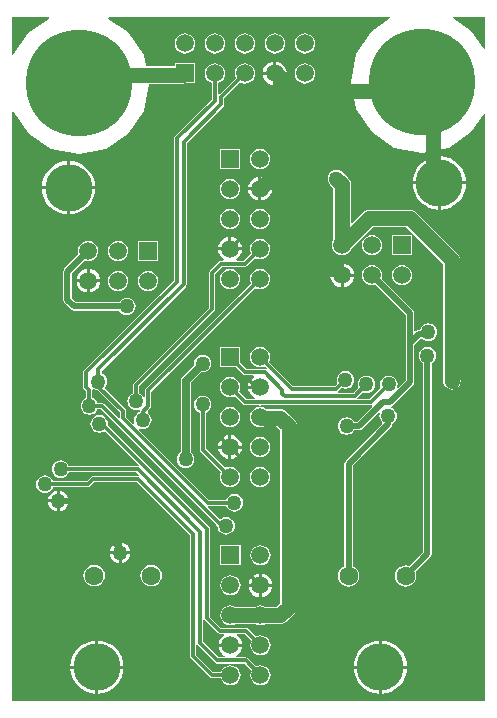
<source format=gbl>
G04*
G04 #@! TF.GenerationSoftware,Altium Limited,Altium Designer,19.1.5 (86)*
G04*
G04 Layer_Physical_Order=2*
G04 Layer_Color=16711680*
%FSLAX25Y25*%
%MOIN*%
G70*
G01*
G75*
%ADD36C,0.02000*%
%ADD37C,0.05000*%
%ADD38C,0.01200*%
%ADD39C,0.02500*%
%ADD40C,0.15748*%
%ADD41C,0.35433*%
%ADD42C,0.06300*%
%ADD43R,0.05906X0.05906*%
%ADD44C,0.05906*%
%ADD45R,0.05906X0.05906*%
%ADD46C,0.05000*%
G36*
X168110Y578313D02*
X167633Y578163D01*
X163350Y584350D01*
X157211Y588498D01*
X157357Y588976D01*
X168110D01*
Y578313D01*
D02*
G37*
G36*
X22616Y588476D02*
X15541Y583760D01*
X10736Y576456D01*
X10236Y576606D01*
Y588976D01*
X22465D01*
X22616Y588476D01*
D02*
G37*
G36*
X136402Y588498D02*
X129885Y584154D01*
X124964Y576673D01*
X123192Y567421D01*
X124964Y558169D01*
X130279Y550492D01*
X137759Y545374D01*
X146814Y543799D01*
X155869Y545374D01*
X163350Y550492D01*
X167633Y556679D01*
X168110Y556530D01*
Y361024D01*
X10236D01*
Y557452D01*
X10736Y557608D01*
X15935Y550098D01*
X23415Y544980D01*
X32471Y543405D01*
X41526Y544980D01*
X49006Y550098D01*
X54321Y557776D01*
X56049Y566799D01*
X67441D01*
X67631Y566824D01*
X71246D01*
Y573530D01*
X64541D01*
Y572649D01*
X55016D01*
X54321Y576279D01*
X49006Y583957D01*
X42317Y588476D01*
X42470Y588976D01*
X136257D01*
X136402Y588498D01*
D02*
G37*
%LPC*%
G36*
X107894Y583559D02*
X107018Y583444D01*
X106203Y583106D01*
X105502Y582568D01*
X104965Y581868D01*
X104627Y581052D01*
X104512Y580177D01*
X104627Y579302D01*
X104965Y578486D01*
X105502Y577786D01*
X106203Y577248D01*
X107018Y576911D01*
X107894Y576795D01*
X108769Y576911D01*
X109584Y577248D01*
X110285Y577786D01*
X110822Y578486D01*
X111160Y579302D01*
X111275Y580177D01*
X111160Y581052D01*
X110822Y581868D01*
X110285Y582568D01*
X109584Y583106D01*
X108769Y583444D01*
X107894Y583559D01*
D02*
G37*
G36*
X97894D02*
X97018Y583444D01*
X96203Y583106D01*
X95503Y582568D01*
X94965Y581868D01*
X94627Y581052D01*
X94512Y580177D01*
X94627Y579302D01*
X94965Y578486D01*
X95503Y577786D01*
X96203Y577248D01*
X97018Y576911D01*
X97894Y576795D01*
X98769Y576911D01*
X99585Y577248D01*
X100285Y577786D01*
X100822Y578486D01*
X101160Y579302D01*
X101275Y580177D01*
X101160Y581052D01*
X100822Y581868D01*
X100285Y582568D01*
X99585Y583106D01*
X98769Y583444D01*
X97894Y583559D01*
D02*
G37*
G36*
X87894D02*
X87019Y583444D01*
X86203Y583106D01*
X85502Y582568D01*
X84965Y581868D01*
X84627Y581052D01*
X84512Y580177D01*
X84627Y579302D01*
X84965Y578486D01*
X85502Y577786D01*
X86203Y577248D01*
X87019Y576911D01*
X87894Y576795D01*
X88769Y576911D01*
X89584Y577248D01*
X90285Y577786D01*
X90822Y578486D01*
X91160Y579302D01*
X91275Y580177D01*
X91160Y581052D01*
X90822Y581868D01*
X90285Y582568D01*
X89584Y583106D01*
X88769Y583444D01*
X87894Y583559D01*
D02*
G37*
G36*
X77894D02*
X77018Y583444D01*
X76203Y583106D01*
X75503Y582568D01*
X74965Y581868D01*
X74627Y581052D01*
X74512Y580177D01*
X74627Y579302D01*
X74965Y578486D01*
X75503Y577786D01*
X76203Y577248D01*
X77018Y576911D01*
X77894Y576795D01*
X78769Y576911D01*
X79584Y577248D01*
X80285Y577786D01*
X80822Y578486D01*
X81160Y579302D01*
X81275Y580177D01*
X81160Y581052D01*
X80822Y581868D01*
X80285Y582568D01*
X79584Y583106D01*
X78769Y583444D01*
X77894Y583559D01*
D02*
G37*
G36*
X67894D02*
X67019Y583444D01*
X66203Y583106D01*
X65503Y582568D01*
X64965Y581868D01*
X64627Y581052D01*
X64512Y580177D01*
X64627Y579302D01*
X64965Y578486D01*
X65503Y577786D01*
X66203Y577248D01*
X67019Y576911D01*
X67894Y576795D01*
X68769Y576911D01*
X69585Y577248D01*
X70285Y577786D01*
X70822Y578486D01*
X71160Y579302D01*
X71275Y580177D01*
X71160Y581052D01*
X70822Y581868D01*
X70285Y582568D01*
X69585Y583106D01*
X68769Y583444D01*
X67894Y583559D01*
D02*
G37*
G36*
X98394Y574098D02*
Y570677D01*
X101815D01*
X101745Y571209D01*
X101346Y572171D01*
X100713Y572996D01*
X99887Y573630D01*
X98926Y574028D01*
X98394Y574098D01*
D02*
G37*
G36*
X97394D02*
X96862Y574028D01*
X95900Y573630D01*
X95075Y572996D01*
X94441Y572171D01*
X94043Y571209D01*
X93973Y570677D01*
X97394D01*
Y574098D01*
D02*
G37*
G36*
X107894Y573559D02*
X107018Y573444D01*
X106203Y573106D01*
X105502Y572568D01*
X104965Y571868D01*
X104627Y571052D01*
X104512Y570177D01*
X104627Y569302D01*
X104965Y568486D01*
X105502Y567786D01*
X106203Y567248D01*
X107018Y566911D01*
X107894Y566795D01*
X108769Y566911D01*
X109584Y567248D01*
X110285Y567786D01*
X110822Y568486D01*
X111160Y569302D01*
X111275Y570177D01*
X111160Y571052D01*
X110822Y571868D01*
X110285Y572568D01*
X109584Y573106D01*
X108769Y573444D01*
X107894Y573559D01*
D02*
G37*
G36*
X101815Y569677D02*
X98394D01*
Y566256D01*
X98926Y566326D01*
X99887Y566724D01*
X100713Y567358D01*
X101346Y568184D01*
X101745Y569145D01*
X101815Y569677D01*
D02*
G37*
G36*
X97394D02*
X93973D01*
X94043Y569145D01*
X94441Y568184D01*
X95075Y567358D01*
X95900Y566724D01*
X96862Y566326D01*
X97394Y566256D01*
Y569677D01*
D02*
G37*
G36*
X87894Y573559D02*
X87019Y573444D01*
X86203Y573106D01*
X85502Y572568D01*
X84965Y571868D01*
X84627Y571052D01*
X84512Y570177D01*
X84627Y569302D01*
X84905Y568631D01*
X79413Y563139D01*
X79243Y563158D01*
X78913Y563310D01*
Y566970D01*
X79584Y567248D01*
X80285Y567786D01*
X80822Y568486D01*
X81160Y569302D01*
X81275Y570177D01*
X81160Y571052D01*
X80822Y571868D01*
X80285Y572568D01*
X79584Y573106D01*
X78769Y573444D01*
X77894Y573559D01*
X77018Y573444D01*
X76203Y573106D01*
X75503Y572568D01*
X74965Y571868D01*
X74627Y571052D01*
X74512Y570177D01*
X74627Y569302D01*
X74965Y568486D01*
X75503Y567786D01*
X76203Y567248D01*
X76874Y566970D01*
Y561544D01*
X64574Y549245D01*
X64353Y548914D01*
X64276Y548524D01*
Y501210D01*
X34293Y471227D01*
X34072Y470896D01*
X33995Y470506D01*
Y465723D01*
X34072Y465333D01*
X34293Y465002D01*
X35043Y464252D01*
Y462067D01*
X34600Y461883D01*
X33995Y461419D01*
X33530Y460813D01*
X33238Y460107D01*
X33138Y459350D01*
X33238Y458593D01*
X33530Y457888D01*
X33995Y457282D01*
X34600Y456817D01*
X35306Y456525D01*
X36063Y456425D01*
X36820Y456525D01*
X37525Y456817D01*
X38131Y457282D01*
X38596Y457888D01*
X38780Y458331D01*
X39862D01*
X78720Y419473D01*
X78709Y419390D01*
X78808Y418633D01*
X79101Y417927D01*
X79566Y417321D01*
X80171Y416857D01*
X80877Y416564D01*
X81634Y416465D01*
X82391Y416564D01*
X83096Y416857D01*
X83702Y417321D01*
X84167Y417927D01*
X84459Y418633D01*
X84559Y419390D01*
X84459Y420147D01*
X84167Y420852D01*
X83702Y421458D01*
X83096Y421923D01*
X82391Y422215D01*
X81634Y422315D01*
X80877Y422215D01*
X80171Y421923D01*
X79596Y421481D01*
X75514Y425562D01*
X75579Y425813D01*
X75736Y426047D01*
X81673D01*
X81857Y425604D01*
X82322Y424999D01*
X82927Y424534D01*
X83633Y424242D01*
X84390Y424142D01*
X85147Y424242D01*
X85852Y424534D01*
X86458Y424999D01*
X86923Y425604D01*
X87215Y426310D01*
X87315Y427067D01*
X87215Y427824D01*
X86923Y428529D01*
X86458Y429135D01*
X85852Y429600D01*
X85147Y429892D01*
X84390Y429992D01*
X83633Y429892D01*
X82927Y429600D01*
X82322Y429135D01*
X81857Y428529D01*
X81673Y428087D01*
X76061D01*
X52724Y451424D01*
X53007Y451848D01*
X53121Y451801D01*
X53878Y451701D01*
X54635Y451801D01*
X55340Y452093D01*
X55946Y452558D01*
X56411Y453163D01*
X56703Y453869D01*
X56803Y454626D01*
X56703Y455383D01*
X56411Y456088D01*
X55946Y456694D01*
X55598Y456962D01*
X55519Y457590D01*
X56435Y458506D01*
X56656Y458837D01*
X56734Y459227D01*
Y464087D01*
X91406Y498760D01*
X92077Y498482D01*
X92953Y498366D01*
X93828Y498482D01*
X94644Y498820D01*
X95344Y499357D01*
X95881Y500057D01*
X96219Y500873D01*
X96334Y501748D01*
X96219Y502623D01*
X95881Y503439D01*
X95344Y504139D01*
X94644Y504677D01*
X93828Y505015D01*
X92953Y505130D01*
X92077Y505015D01*
X91262Y504677D01*
X90561Y504139D01*
X90024Y503439D01*
X89686Y502623D01*
X89571Y501748D01*
X89686Y500873D01*
X89964Y500202D01*
X54993Y465231D01*
X54772Y464900D01*
X54695Y464510D01*
Y462373D01*
X54195Y462274D01*
X54147Y462388D01*
X53683Y462993D01*
X53077Y463458D01*
X52634Y463642D01*
Y465916D01*
X77630Y490913D01*
X77851Y491244D01*
X77929Y491634D01*
Y503318D01*
X80383Y505772D01*
X87996D01*
X88386Y505849D01*
X88717Y506070D01*
X91406Y508760D01*
X92077Y508482D01*
X92953Y508366D01*
X93828Y508482D01*
X94644Y508820D01*
X95344Y509357D01*
X95881Y510057D01*
X96219Y510873D01*
X96334Y511748D01*
X96219Y512623D01*
X95881Y513439D01*
X95344Y514139D01*
X94644Y514677D01*
X93828Y515015D01*
X92953Y515130D01*
X92077Y515015D01*
X91262Y514677D01*
X90561Y514139D01*
X90024Y513439D01*
X89686Y512623D01*
X89571Y511748D01*
X89686Y510873D01*
X89964Y510202D01*
X87574Y507811D01*
X85121D01*
X84962Y508261D01*
X84966Y508311D01*
X85772Y508929D01*
X86405Y509755D01*
X86804Y510716D01*
X86874Y511248D01*
X82953D01*
X79032D01*
X79102Y510716D01*
X79500Y509755D01*
X80134Y508929D01*
X80939Y508311D01*
X80944Y508261D01*
X80784Y507811D01*
X79961D01*
X79571Y507733D01*
X79240Y507512D01*
X76188Y504461D01*
X75968Y504130D01*
X75890Y503740D01*
Y492056D01*
X50893Y467060D01*
X50672Y466729D01*
X50595Y466339D01*
Y463642D01*
X50152Y463458D01*
X49546Y462993D01*
X49081Y462388D01*
X48789Y461682D01*
X48689Y460925D01*
X48789Y460168D01*
X49081Y459463D01*
X49546Y458857D01*
X50152Y458392D01*
X50857Y458100D01*
X51614Y458000D01*
X52371Y458100D01*
X52615Y458201D01*
X52941Y457804D01*
X52835Y457333D01*
X52415Y457159D01*
X51810Y456694D01*
X51345Y456088D01*
X51053Y455383D01*
X50953Y454626D01*
X51053Y453869D01*
X51100Y453755D01*
X50676Y453472D01*
X48432Y455716D01*
Y457508D01*
X48354Y457898D01*
X48133Y458228D01*
X41172Y465190D01*
X41183Y465353D01*
X41647Y465959D01*
X41939Y466664D01*
X42039Y467421D01*
X41939Y468178D01*
X41647Y468884D01*
X41183Y469490D01*
X40577Y469954D01*
X40134Y470138D01*
Y471073D01*
X68216Y499155D01*
X68437Y499486D01*
X68515Y499876D01*
Y546920D01*
X80815Y559220D01*
X81036Y559551D01*
X81113Y559941D01*
Y561955D01*
X86347Y567189D01*
X87019Y566911D01*
X87894Y566795D01*
X88769Y566911D01*
X89584Y567248D01*
X90285Y567786D01*
X90822Y568486D01*
X91160Y569302D01*
X91275Y570177D01*
X91160Y571052D01*
X90822Y571868D01*
X90285Y572568D01*
X89584Y573106D01*
X88769Y573444D01*
X87894Y573559D01*
D02*
G37*
G36*
X86305Y545101D02*
X79600D01*
Y538395D01*
X86305D01*
Y545101D01*
D02*
G37*
G36*
X92953Y545130D02*
X92077Y545015D01*
X91262Y544677D01*
X90561Y544139D01*
X90024Y543439D01*
X89686Y542623D01*
X89571Y541748D01*
X89686Y540873D01*
X90024Y540057D01*
X90561Y539357D01*
X91262Y538820D01*
X92077Y538482D01*
X92953Y538367D01*
X93828Y538482D01*
X94644Y538820D01*
X95344Y539357D01*
X95881Y540057D01*
X96219Y540873D01*
X96334Y541748D01*
X96219Y542623D01*
X95881Y543439D01*
X95344Y544139D01*
X94644Y544677D01*
X93828Y545015D01*
X92953Y545130D01*
D02*
G37*
G36*
X153256Y542529D02*
Y534161D01*
X161624D01*
X161502Y535401D01*
X160994Y537074D01*
X160170Y538615D01*
X159061Y539967D01*
X157710Y541076D01*
X156168Y541900D01*
X154496Y542407D01*
X153256Y542529D01*
D02*
G37*
G36*
X152256Y542529D02*
X151016Y542407D01*
X149344Y541900D01*
X147802Y541076D01*
X146451Y539967D01*
X145342Y538615D01*
X144518Y537074D01*
X144010Y535401D01*
X143888Y534161D01*
X152256D01*
Y542529D01*
D02*
G37*
G36*
X29634Y540954D02*
Y532587D01*
X38001D01*
X37879Y533826D01*
X37372Y535499D01*
X36548Y537041D01*
X35439Y538392D01*
X34088Y539501D01*
X32546Y540325D01*
X30874Y540832D01*
X29634Y540954D01*
D02*
G37*
G36*
X28634D02*
X27394Y540832D01*
X25721Y540325D01*
X24180Y539501D01*
X22829Y538392D01*
X21720Y537041D01*
X20896Y535499D01*
X20388Y533826D01*
X20266Y532587D01*
X28634D01*
Y540954D01*
D02*
G37*
G36*
X93453Y535669D02*
Y532248D01*
X96874D01*
X96804Y532780D01*
X96406Y533742D01*
X95772Y534567D01*
X94946Y535201D01*
X93985Y535599D01*
X93453Y535669D01*
D02*
G37*
G36*
X92453Y535669D02*
X91921Y535599D01*
X90959Y535201D01*
X90134Y534567D01*
X89500Y533742D01*
X89102Y532780D01*
X89032Y532248D01*
X92453D01*
Y535669D01*
D02*
G37*
G36*
X82953Y535130D02*
X82077Y535015D01*
X81262Y534677D01*
X80562Y534139D01*
X80024Y533439D01*
X79686Y532623D01*
X79571Y531748D01*
X79686Y530873D01*
X80024Y530057D01*
X80562Y529357D01*
X81262Y528820D01*
X82077Y528482D01*
X82953Y528367D01*
X83828Y528482D01*
X84644Y528820D01*
X85344Y529357D01*
X85881Y530057D01*
X86219Y530873D01*
X86334Y531748D01*
X86219Y532623D01*
X85881Y533439D01*
X85344Y534139D01*
X84644Y534677D01*
X83828Y535015D01*
X82953Y535130D01*
D02*
G37*
G36*
X96874Y531248D02*
X93453D01*
Y527827D01*
X93985Y527897D01*
X94946Y528296D01*
X95772Y528929D01*
X96406Y529755D01*
X96804Y530716D01*
X96874Y531248D01*
D02*
G37*
G36*
X92453D02*
X89032D01*
X89102Y530716D01*
X89500Y529755D01*
X90134Y528929D01*
X90959Y528296D01*
X91921Y527897D01*
X92453Y527827D01*
Y531248D01*
D02*
G37*
G36*
X161624Y533161D02*
X153256D01*
Y524794D01*
X154496Y524916D01*
X156168Y525423D01*
X157710Y526247D01*
X159061Y527356D01*
X160170Y528707D01*
X160994Y530249D01*
X161502Y531922D01*
X161624Y533161D01*
D02*
G37*
G36*
X152256D02*
X143888D01*
X144010Y531922D01*
X144518Y530249D01*
X145342Y528707D01*
X146451Y527356D01*
X147802Y526247D01*
X149344Y525423D01*
X151016Y524916D01*
X152256Y524794D01*
Y533161D01*
D02*
G37*
G36*
X28634Y531587D02*
X20266D01*
X20388Y530347D01*
X20896Y528674D01*
X21720Y527133D01*
X22829Y525781D01*
X24180Y524672D01*
X25721Y523848D01*
X27394Y523341D01*
X28634Y523219D01*
Y531587D01*
D02*
G37*
G36*
X38001D02*
X29634D01*
Y523219D01*
X30874Y523341D01*
X32546Y523848D01*
X34088Y524672D01*
X35439Y525781D01*
X36548Y527133D01*
X37372Y528674D01*
X37879Y530347D01*
X38001Y531587D01*
D02*
G37*
G36*
X92953Y525130D02*
X92077Y525015D01*
X91262Y524677D01*
X90561Y524139D01*
X90024Y523439D01*
X89686Y522623D01*
X89571Y521748D01*
X89686Y520873D01*
X90024Y520057D01*
X90561Y519357D01*
X91262Y518820D01*
X92077Y518482D01*
X92953Y518366D01*
X93828Y518482D01*
X94644Y518820D01*
X95344Y519357D01*
X95881Y520057D01*
X96219Y520873D01*
X96334Y521748D01*
X96219Y522623D01*
X95881Y523439D01*
X95344Y524139D01*
X94644Y524677D01*
X93828Y525015D01*
X92953Y525130D01*
D02*
G37*
G36*
X82953D02*
X82077Y525015D01*
X81262Y524677D01*
X80562Y524139D01*
X80024Y523439D01*
X79686Y522623D01*
X79571Y521748D01*
X79686Y520873D01*
X80024Y520057D01*
X80562Y519357D01*
X81262Y518820D01*
X82077Y518482D01*
X82953Y518366D01*
X83828Y518482D01*
X84644Y518820D01*
X85344Y519357D01*
X85881Y520057D01*
X86219Y520873D01*
X86334Y521748D01*
X86219Y522623D01*
X85881Y523439D01*
X85344Y524139D01*
X84644Y524677D01*
X83828Y525015D01*
X82953Y525130D01*
D02*
G37*
G36*
X83453Y515669D02*
Y512248D01*
X86874D01*
X86804Y512780D01*
X86405Y513742D01*
X85772Y514567D01*
X84946Y515201D01*
X83985Y515599D01*
X83453Y515669D01*
D02*
G37*
G36*
X82453Y515669D02*
X81921Y515599D01*
X80959Y515201D01*
X80134Y514567D01*
X79500Y513742D01*
X79102Y512780D01*
X79032Y512248D01*
X82453D01*
Y515669D01*
D02*
G37*
G36*
X130354Y516275D02*
X129479Y516160D01*
X128664Y515822D01*
X127963Y515285D01*
X127426Y514584D01*
X127088Y513769D01*
X126973Y512894D01*
X127088Y512018D01*
X127426Y511203D01*
X127963Y510502D01*
X128664Y509965D01*
X129479Y509627D01*
X130354Y509512D01*
X131230Y509627D01*
X132045Y509965D01*
X132746Y510502D01*
X133283Y511203D01*
X133621Y512018D01*
X133736Y512894D01*
X133621Y513769D01*
X133283Y514584D01*
X132746Y515285D01*
X132045Y515822D01*
X131230Y516160D01*
X130354Y516275D01*
D02*
G37*
G36*
X59061Y514435D02*
X52356D01*
Y507730D01*
X59061D01*
Y514435D01*
D02*
G37*
G36*
X45709Y514464D02*
X44833Y514349D01*
X44018Y514011D01*
X43317Y513474D01*
X42780Y512774D01*
X42442Y511958D01*
X42327Y511083D01*
X42442Y510207D01*
X42780Y509392D01*
X43317Y508692D01*
X44018Y508154D01*
X44833Y507816D01*
X45709Y507701D01*
X46584Y507816D01*
X47400Y508154D01*
X48100Y508692D01*
X48637Y509392D01*
X48975Y510207D01*
X49090Y511083D01*
X48975Y511958D01*
X48637Y512774D01*
X48100Y513474D01*
X47400Y514011D01*
X46584Y514349D01*
X45709Y514464D01*
D02*
G37*
G36*
X35709D02*
X34833Y514349D01*
X34018Y514011D01*
X33318Y513474D01*
X32780Y512774D01*
X32442Y511958D01*
X32327Y511083D01*
X32442Y510207D01*
X32551Y509944D01*
X27770Y505163D01*
X27461Y504700D01*
X27352Y504153D01*
X27352Y504153D01*
Y494587D01*
X27352Y494587D01*
X27461Y494040D01*
X27770Y493577D01*
X29837Y491510D01*
X30300Y491201D01*
X30847Y491092D01*
X30847Y491092D01*
X46015D01*
X46030Y491057D01*
X46495Y490451D01*
X47100Y489987D01*
X47806Y489694D01*
X48563Y489595D01*
X49320Y489694D01*
X50025Y489987D01*
X50631Y490451D01*
X51096Y491057D01*
X51388Y491763D01*
X51488Y492520D01*
X51388Y493277D01*
X51096Y493982D01*
X50631Y494588D01*
X50025Y495053D01*
X49320Y495345D01*
X48563Y495445D01*
X47806Y495345D01*
X47100Y495053D01*
X46495Y494588D01*
X46030Y493982D01*
X46015Y493947D01*
X31438D01*
X30207Y495178D01*
Y503562D01*
X34570Y507925D01*
X34833Y507816D01*
X35709Y507701D01*
X36584Y507816D01*
X37400Y508154D01*
X38100Y508692D01*
X38637Y509392D01*
X38975Y510207D01*
X39090Y511083D01*
X38975Y511958D01*
X38637Y512774D01*
X38100Y513474D01*
X37400Y514011D01*
X36584Y514349D01*
X35709Y514464D01*
D02*
G37*
G36*
X120854Y506815D02*
Y503394D01*
X124275D01*
X124205Y503926D01*
X123807Y504887D01*
X123173Y505713D01*
X122348Y506346D01*
X121386Y506745D01*
X120854Y506815D01*
D02*
G37*
G36*
X119854D02*
X119323Y506745D01*
X118361Y506346D01*
X117535Y505713D01*
X116902Y504887D01*
X116503Y503926D01*
X116433Y503394D01*
X119854D01*
Y506815D01*
D02*
G37*
G36*
X36209Y505004D02*
Y501583D01*
X39630D01*
X39560Y502115D01*
X39161Y503076D01*
X38528Y503902D01*
X37702Y504535D01*
X36740Y504934D01*
X36209Y505004D01*
D02*
G37*
G36*
X35209D02*
X34677Y504934D01*
X33715Y504535D01*
X32890Y503902D01*
X32256Y503076D01*
X31858Y502115D01*
X31788Y501583D01*
X35209D01*
Y505004D01*
D02*
G37*
G36*
X140354Y506275D02*
X139479Y506160D01*
X138663Y505822D01*
X137963Y505285D01*
X137426Y504585D01*
X137088Y503769D01*
X136973Y502894D01*
X137088Y502018D01*
X137426Y501203D01*
X137963Y500502D01*
X138663Y499965D01*
X139479Y499627D01*
X140354Y499512D01*
X141230Y499627D01*
X142045Y499965D01*
X142745Y500502D01*
X143283Y501203D01*
X143621Y502018D01*
X143736Y502894D01*
X143621Y503769D01*
X143283Y504585D01*
X142745Y505285D01*
X142045Y505822D01*
X141230Y506160D01*
X140354Y506275D01*
D02*
G37*
G36*
X124275Y502394D02*
X120854D01*
Y498973D01*
X121386Y499043D01*
X122348Y499441D01*
X123173Y500075D01*
X123807Y500900D01*
X124205Y501862D01*
X124275Y502394D01*
D02*
G37*
G36*
X119854D02*
X116433D01*
X116503Y501862D01*
X116902Y500900D01*
X117535Y500075D01*
X118361Y499441D01*
X119323Y499043D01*
X119854Y498973D01*
Y502394D01*
D02*
G37*
G36*
X82953Y505130D02*
X82077Y505015D01*
X81262Y504677D01*
X80562Y504139D01*
X80024Y503439D01*
X79686Y502623D01*
X79571Y501748D01*
X79686Y500873D01*
X80024Y500057D01*
X80562Y499357D01*
X81262Y498820D01*
X82077Y498482D01*
X82953Y498366D01*
X83828Y498482D01*
X84644Y498820D01*
X85344Y499357D01*
X85881Y500057D01*
X86219Y500873D01*
X86334Y501748D01*
X86219Y502623D01*
X85881Y503439D01*
X85344Y504139D01*
X84644Y504677D01*
X83828Y505015D01*
X82953Y505130D01*
D02*
G37*
G36*
X55709Y504464D02*
X54833Y504349D01*
X54018Y504011D01*
X53317Y503474D01*
X52780Y502774D01*
X52442Y501958D01*
X52327Y501083D01*
X52442Y500207D01*
X52780Y499392D01*
X53317Y498692D01*
X54018Y498154D01*
X54833Y497816D01*
X55709Y497701D01*
X56584Y497816D01*
X57399Y498154D01*
X58100Y498692D01*
X58637Y499392D01*
X58975Y500207D01*
X59090Y501083D01*
X58975Y501958D01*
X58637Y502774D01*
X58100Y503474D01*
X57399Y504011D01*
X56584Y504349D01*
X55709Y504464D01*
D02*
G37*
G36*
X45709D02*
X44833Y504349D01*
X44018Y504011D01*
X43317Y503474D01*
X42780Y502774D01*
X42442Y501958D01*
X42327Y501083D01*
X42442Y500207D01*
X42780Y499392D01*
X43317Y498692D01*
X44018Y498154D01*
X44833Y497816D01*
X45709Y497701D01*
X46584Y497816D01*
X47400Y498154D01*
X48100Y498692D01*
X48637Y499392D01*
X48975Y500207D01*
X49090Y501083D01*
X48975Y501958D01*
X48637Y502774D01*
X48100Y503474D01*
X47400Y504011D01*
X46584Y504349D01*
X45709Y504464D01*
D02*
G37*
G36*
X39630Y500583D02*
X36209D01*
Y497162D01*
X36740Y497232D01*
X37702Y497630D01*
X38528Y498264D01*
X39161Y499089D01*
X39560Y500051D01*
X39630Y500583D01*
D02*
G37*
G36*
X35209D02*
X31788D01*
X31858Y500051D01*
X32256Y499089D01*
X32890Y498264D01*
X33715Y497630D01*
X34677Y497232D01*
X35209Y497162D01*
Y500583D01*
D02*
G37*
G36*
X130354Y506275D02*
X129479Y506160D01*
X128664Y505822D01*
X127963Y505285D01*
X127426Y504585D01*
X127088Y503769D01*
X126973Y502894D01*
X127088Y502018D01*
X127426Y501203D01*
X127963Y500502D01*
X128664Y499965D01*
X129479Y499627D01*
X130354Y499512D01*
X131230Y499627D01*
X131493Y499736D01*
X141525Y489704D01*
Y480217D01*
X141525Y480217D01*
X141525Y480217D01*
Y467849D01*
X139076Y465400D01*
X138652Y465683D01*
X138691Y465778D01*
X138791Y466535D01*
X138691Y467292D01*
X138399Y467998D01*
X137934Y468604D01*
X137329Y469069D01*
X136623Y469361D01*
X135866Y469460D01*
X135109Y469361D01*
X134404Y469069D01*
X133798Y468604D01*
X133333Y467998D01*
X133041Y467292D01*
X132941Y466535D01*
X133041Y465778D01*
X133224Y465336D01*
X129440Y461551D01*
X125515D01*
X125363Y461880D01*
X125343Y462051D01*
X127186Y463894D01*
X127629Y463710D01*
X128386Y463610D01*
X129143Y463710D01*
X129848Y464002D01*
X130454Y464467D01*
X130919Y465073D01*
X131211Y465778D01*
X131311Y466535D01*
X131211Y467292D01*
X130919Y467998D01*
X130454Y468604D01*
X129848Y469069D01*
X129143Y469361D01*
X128386Y469460D01*
X127629Y469361D01*
X126923Y469069D01*
X126318Y468604D01*
X125853Y467998D01*
X125560Y467292D01*
X125461Y466535D01*
X125560Y465778D01*
X125744Y465336D01*
X124160Y463751D01*
X119251D01*
X119098Y464080D01*
X119079Y464251D01*
X120198Y465370D01*
X120641Y465187D01*
X121398Y465087D01*
X122155Y465187D01*
X122860Y465479D01*
X123466Y465943D01*
X123931Y466549D01*
X124223Y467255D01*
X124323Y468012D01*
X124223Y468769D01*
X123931Y469474D01*
X123466Y470080D01*
X122860Y470545D01*
X122155Y470837D01*
X121398Y470937D01*
X120641Y470837D01*
X119935Y470545D01*
X119329Y470080D01*
X118865Y469474D01*
X118572Y468769D01*
X118473Y468012D01*
X118572Y467255D01*
X118756Y466812D01*
X117895Y465951D01*
X104093D01*
X95941Y474103D01*
X96219Y474774D01*
X96334Y475650D01*
X96219Y476525D01*
X95881Y477340D01*
X95344Y478041D01*
X94644Y478578D01*
X93828Y478916D01*
X92953Y479031D01*
X92077Y478916D01*
X91262Y478578D01*
X90561Y478041D01*
X90024Y477340D01*
X89686Y476525D01*
X89571Y475650D01*
X89686Y474774D01*
X90024Y473959D01*
X90561Y473258D01*
X91262Y472721D01*
X92077Y472383D01*
X92953Y472268D01*
X93828Y472383D01*
X94499Y472661D01*
X95421Y471740D01*
X95102Y471351D01*
X94860Y471513D01*
X94470Y471591D01*
X88454D01*
X86305Y473739D01*
Y479002D01*
X79600D01*
Y472297D01*
X84864D01*
X87310Y469850D01*
X87641Y469629D01*
X88032Y469551D01*
X90755D01*
X90872Y469294D01*
X90893Y469051D01*
X90134Y468469D01*
X89500Y467643D01*
X89102Y466681D01*
X89032Y466150D01*
X92953D01*
Y465150D01*
X89032D01*
X89102Y464618D01*
X89500Y463656D01*
X90134Y462830D01*
X90959Y462197D01*
X91311Y462051D01*
X91212Y461551D01*
X88493D01*
X85941Y464103D01*
X86219Y464774D01*
X86334Y465650D01*
X86219Y466525D01*
X85881Y467340D01*
X85344Y468041D01*
X84644Y468578D01*
X83828Y468916D01*
X82953Y469031D01*
X82077Y468916D01*
X81262Y468578D01*
X80562Y468041D01*
X80024Y467340D01*
X79686Y466525D01*
X79571Y465650D01*
X79686Y464774D01*
X80024Y463959D01*
X80562Y463258D01*
X81262Y462721D01*
X82077Y462383D01*
X82953Y462268D01*
X83828Y462383D01*
X84499Y462661D01*
X87350Y459810D01*
X87681Y459589D01*
X88071Y459512D01*
X92773D01*
X92805Y459012D01*
X92620Y458988D01*
X92077Y458916D01*
X91262Y458578D01*
X90561Y458041D01*
X90024Y457340D01*
X89686Y456525D01*
X89571Y455650D01*
X89686Y454774D01*
X90024Y453959D01*
X90561Y453258D01*
X91262Y452721D01*
X92077Y452383D01*
X92953Y452268D01*
X93828Y452383D01*
X94234Y452551D01*
X98360D01*
X99575Y451336D01*
Y393692D01*
X98360Y392476D01*
X94806D01*
X94801Y392480D01*
X93985Y392817D01*
X93110Y392933D01*
X92235Y392817D01*
X91419Y392480D01*
X91415Y392476D01*
X84806D01*
X84801Y392480D01*
X83986Y392817D01*
X83110Y392933D01*
X82235Y392817D01*
X81419Y392480D01*
X80719Y391942D01*
X80182Y391242D01*
X79844Y390426D01*
X79729Y389551D01*
X79844Y388676D01*
X80182Y387860D01*
X80719Y387160D01*
X81419Y386622D01*
X82235Y386285D01*
X83110Y386169D01*
X83986Y386285D01*
X84801Y386622D01*
X84806Y386626D01*
X91415D01*
X91419Y386622D01*
X92235Y386285D01*
X93110Y386169D01*
X93985Y386285D01*
X94801Y386622D01*
X94806Y386626D01*
X99571D01*
X100328Y386726D01*
X101034Y387018D01*
X101639Y387483D01*
X104568Y390412D01*
X105033Y391018D01*
X105325Y391723D01*
X105425Y392480D01*
Y452547D01*
X105325Y453304D01*
X105033Y454010D01*
X104568Y454616D01*
X101639Y457545D01*
X101034Y458009D01*
X100328Y458302D01*
X99571Y458401D01*
X94874D01*
X94644Y458578D01*
X93828Y458916D01*
X93285Y458988D01*
X93100Y459012D01*
X93133Y459512D01*
X129862D01*
X130143Y459568D01*
X130420Y459199D01*
X130438Y459156D01*
X125368Y454085D01*
X124398D01*
X124383Y454120D01*
X123919Y454726D01*
X123313Y455191D01*
X122608Y455483D01*
X121850Y455583D01*
X121093Y455483D01*
X120388Y455191D01*
X119782Y454726D01*
X119317Y454120D01*
X119025Y453414D01*
X118925Y452658D01*
X119025Y451900D01*
X119317Y451195D01*
X119782Y450589D01*
X120388Y450124D01*
X121093Y449832D01*
X121850Y449732D01*
X122608Y449832D01*
X123313Y450124D01*
X123919Y450589D01*
X124383Y451195D01*
X124398Y451230D01*
X125959D01*
X125959Y451230D01*
X126505Y451339D01*
X126968Y451648D01*
X132459Y457139D01*
X132883Y456856D01*
X132844Y456761D01*
X132744Y456004D01*
X132844Y455247D01*
X133136Y454541D01*
X133601Y453936D01*
X133668Y453885D01*
X133700Y453386D01*
X121471Y441156D01*
X121161Y440693D01*
X121053Y440147D01*
X121053Y440147D01*
Y405909D01*
X120690Y405758D01*
X119948Y405189D01*
X119379Y404448D01*
X119022Y403584D01*
X118900Y402658D01*
X119022Y401731D01*
X119379Y400867D01*
X119948Y400126D01*
X120690Y399557D01*
X121554Y399199D01*
X122480Y399077D01*
X123407Y399199D01*
X124271Y399557D01*
X125012Y400126D01*
X125581Y400867D01*
X125939Y401731D01*
X126061Y402658D01*
X125939Y403584D01*
X125581Y404448D01*
X125012Y405189D01*
X124271Y405758D01*
X123908Y405909D01*
Y439556D01*
X136679Y452327D01*
X136679Y452327D01*
X136988Y452790D01*
X137097Y453336D01*
Y453456D01*
X137132Y453471D01*
X137738Y453936D01*
X138202Y454541D01*
X138495Y455247D01*
X138594Y456004D01*
X138495Y456761D01*
X138202Y457466D01*
X137738Y458072D01*
X137132Y458537D01*
X136781Y458682D01*
X136759Y458985D01*
X136794Y459218D01*
X137208Y459495D01*
X143962Y466249D01*
X143962Y466249D01*
X144272Y466712D01*
X144380Y467258D01*
Y479625D01*
X146511Y481756D01*
X146987Y481888D01*
X147593Y481424D01*
X148298Y481131D01*
X149055Y481032D01*
X149812Y481131D01*
X150518Y481424D01*
X151123Y481888D01*
X151588Y482494D01*
X151881Y483200D01*
X151980Y483957D01*
X151881Y484714D01*
X151588Y485419D01*
X151123Y486025D01*
X150518Y486490D01*
X149812Y486782D01*
X149055Y486882D01*
X148298Y486782D01*
X147593Y486490D01*
X146987Y486025D01*
X146522Y485419D01*
X146270Y484810D01*
X146119D01*
X146119Y484810D01*
X145573Y484701D01*
X145109Y484392D01*
X145109Y484392D01*
X144842Y484125D01*
X144380Y484316D01*
Y490295D01*
X144380Y490295D01*
X144272Y490841D01*
X143962Y491305D01*
X133512Y501755D01*
X133621Y502018D01*
X133736Y502894D01*
X133621Y503769D01*
X133283Y504585D01*
X132746Y505285D01*
X132045Y505822D01*
X131230Y506160D01*
X130354Y506275D01*
D02*
G37*
G36*
X73858Y476350D02*
X73101Y476251D01*
X72396Y475958D01*
X71790Y475493D01*
X71325Y474888D01*
X71033Y474182D01*
X70933Y473425D01*
X70997Y472943D01*
X66960Y468906D01*
X66595Y468360D01*
X66467Y467717D01*
Y443900D01*
X66081Y443604D01*
X65617Y442998D01*
X65324Y442292D01*
X65225Y441535D01*
X65324Y440778D01*
X65617Y440073D01*
X66081Y439467D01*
X66687Y439002D01*
X67393Y438710D01*
X68150Y438610D01*
X68907Y438710D01*
X69612Y439002D01*
X70218Y439467D01*
X70683Y440073D01*
X70975Y440778D01*
X71075Y441535D01*
X70975Y442292D01*
X70683Y442998D01*
X70218Y443604D01*
X69832Y443900D01*
Y467020D01*
X73376Y470564D01*
X73858Y470500D01*
X74615Y470600D01*
X75321Y470892D01*
X75927Y471357D01*
X76391Y471963D01*
X76684Y472668D01*
X76783Y473425D01*
X76684Y474182D01*
X76391Y474888D01*
X75927Y475493D01*
X75321Y475958D01*
X74615Y476251D01*
X73858Y476350D01*
D02*
G37*
G36*
X118445Y538063D02*
X117688Y537963D01*
X116982Y537671D01*
X116377Y537206D01*
X115912Y536600D01*
X115620Y535895D01*
X115520Y535138D01*
X115620Y534381D01*
X115912Y533675D01*
X116377Y533070D01*
X117429Y532017D01*
Y514589D01*
X117426Y514584D01*
X117088Y513769D01*
X116973Y512894D01*
X117088Y512018D01*
X117426Y511203D01*
X117963Y510502D01*
X118664Y509965D01*
X119479Y509627D01*
X120354Y509512D01*
X121230Y509627D01*
X122045Y509965D01*
X122746Y510502D01*
X123283Y511203D01*
X123621Y512018D01*
X123622Y512024D01*
X130523Y518925D01*
X141667D01*
X143943Y516649D01*
X143638Y516247D01*
X143236Y516247D01*
X137002D01*
Y509541D01*
X143707D01*
Y515752D01*
X143707Y516178D01*
X144109Y516483D01*
X153906Y506686D01*
Y467815D01*
X154005Y467058D01*
X154298Y466353D01*
X154762Y465747D01*
X154861Y465648D01*
X155467Y465183D01*
X156172Y464891D01*
X156929Y464791D01*
X157686Y464891D01*
X158392Y465183D01*
X158997Y465648D01*
X159462Y466254D01*
X159755Y466959D01*
X159854Y467717D01*
X159756Y468464D01*
Y507898D01*
X159656Y508655D01*
X159364Y509360D01*
X158899Y509966D01*
X144947Y523919D01*
X144341Y524383D01*
X143635Y524676D01*
X142878Y524775D01*
X129311D01*
X128554Y524676D01*
X127848Y524383D01*
X127243Y523919D01*
X123741Y520417D01*
X123279Y520609D01*
Y533228D01*
X123180Y533985D01*
X122888Y534691D01*
X122423Y535297D01*
X120513Y537206D01*
X119907Y537671D01*
X119202Y537963D01*
X118445Y538063D01*
D02*
G37*
G36*
X82953Y459031D02*
X82077Y458916D01*
X81262Y458578D01*
X80562Y458041D01*
X80024Y457340D01*
X79686Y456525D01*
X79571Y455650D01*
X79686Y454774D01*
X80024Y453959D01*
X80562Y453258D01*
X81262Y452721D01*
X82077Y452383D01*
X82953Y452268D01*
X83828Y452383D01*
X84644Y452721D01*
X85344Y453258D01*
X85881Y453959D01*
X86219Y454774D01*
X86334Y455650D01*
X86219Y456525D01*
X85881Y457340D01*
X85344Y458041D01*
X84644Y458578D01*
X83828Y458916D01*
X82953Y459031D01*
D02*
G37*
G36*
X83453Y449571D02*
Y446150D01*
X86874D01*
X86804Y446681D01*
X86405Y447643D01*
X85772Y448469D01*
X84946Y449102D01*
X83985Y449501D01*
X83453Y449571D01*
D02*
G37*
G36*
X82453D02*
X81921Y449501D01*
X80959Y449102D01*
X80134Y448469D01*
X79500Y447643D01*
X79102Y446681D01*
X79032Y446150D01*
X82453D01*
Y449571D01*
D02*
G37*
G36*
X92953Y449031D02*
X92077Y448916D01*
X91262Y448578D01*
X90561Y448041D01*
X90024Y447340D01*
X89686Y446525D01*
X89571Y445650D01*
X89686Y444774D01*
X90024Y443959D01*
X90561Y443258D01*
X91262Y442721D01*
X92077Y442383D01*
X92953Y442268D01*
X93828Y442383D01*
X94644Y442721D01*
X95344Y443258D01*
X95881Y443959D01*
X96219Y444774D01*
X96334Y445650D01*
X96219Y446525D01*
X95881Y447340D01*
X95344Y448041D01*
X94644Y448578D01*
X93828Y448916D01*
X92953Y449031D01*
D02*
G37*
G36*
X86874Y445150D02*
X83453D01*
Y441729D01*
X83985Y441799D01*
X84946Y442197D01*
X85772Y442831D01*
X86405Y443656D01*
X86804Y444618D01*
X86874Y445150D01*
D02*
G37*
G36*
X82453D02*
X79032D01*
X79102Y444618D01*
X79500Y443656D01*
X80134Y442831D01*
X80959Y442197D01*
X81921Y441799D01*
X82453Y441729D01*
Y445150D01*
D02*
G37*
G36*
X39370Y456272D02*
X38613Y456172D01*
X37908Y455880D01*
X37302Y455415D01*
X36837Y454809D01*
X36545Y454104D01*
X36445Y453346D01*
X36545Y452589D01*
X36837Y451884D01*
X37302Y451278D01*
X37908Y450813D01*
X38613Y450521D01*
X39370Y450421D01*
X40127Y450521D01*
X40833Y450813D01*
X41235Y451122D01*
X52648Y439710D01*
X52393Y439258D01*
X52145Y439307D01*
X29193D01*
X29010Y439750D01*
X28545Y440356D01*
X27939Y440821D01*
X27233Y441113D01*
X26476Y441212D01*
X25719Y441113D01*
X25014Y440821D01*
X24408Y440356D01*
X23943Y439750D01*
X23651Y439045D01*
X23551Y438287D01*
X23651Y437530D01*
X23943Y436825D01*
X24408Y436219D01*
X25014Y435754D01*
X25719Y435462D01*
X26476Y435362D01*
X27233Y435462D01*
X27939Y435754D01*
X28545Y436219D01*
X29010Y436825D01*
X29193Y437268D01*
X51722D01*
X52584Y436406D01*
X52459Y436065D01*
X52352Y435931D01*
X37372D01*
X36981Y435853D01*
X36651Y435632D01*
X35306Y434287D01*
X23976D01*
X23793Y434730D01*
X23328Y435336D01*
X22722Y435801D01*
X22017Y436093D01*
X21260Y436193D01*
X20503Y436093D01*
X19797Y435801D01*
X19192Y435336D01*
X18727Y434730D01*
X18435Y434025D01*
X18335Y433268D01*
X18435Y432511D01*
X18727Y431805D01*
X19192Y431199D01*
X19797Y430735D01*
X20503Y430442D01*
X21260Y430343D01*
X22017Y430442D01*
X22722Y430735D01*
X23328Y431199D01*
X23793Y431805D01*
X23976Y432248D01*
X35728D01*
X36119Y432326D01*
X36449Y432547D01*
X37794Y433891D01*
X51987D01*
X69580Y416299D01*
Y375956D01*
X69657Y375566D01*
X69878Y375235D01*
X76283Y368830D01*
X76614Y368609D01*
X77004Y368531D01*
X79904D01*
X80182Y367860D01*
X80719Y367160D01*
X81419Y366622D01*
X82235Y366285D01*
X83110Y366169D01*
X83986Y366285D01*
X84801Y366622D01*
X85501Y367160D01*
X86039Y367860D01*
X86377Y368676D01*
X86492Y369551D01*
X86377Y370426D01*
X86039Y371242D01*
X85501Y371942D01*
X84801Y372480D01*
X83986Y372817D01*
X83110Y372933D01*
X82235Y372817D01*
X81419Y372480D01*
X80719Y371942D01*
X80182Y371242D01*
X79904Y370571D01*
X77426D01*
X71619Y376378D01*
Y379703D01*
X72119Y379802D01*
X72271Y379575D01*
X78059Y373787D01*
X78389Y373566D01*
X78780Y373488D01*
X87731D01*
X90122Y371097D01*
X89844Y370426D01*
X89728Y369551D01*
X89844Y368676D01*
X90182Y367860D01*
X90719Y367160D01*
X91419Y366622D01*
X92235Y366285D01*
X93110Y366169D01*
X93985Y366285D01*
X94801Y366622D01*
X95501Y367160D01*
X96039Y367860D01*
X96377Y368676D01*
X96492Y369551D01*
X96377Y370426D01*
X96039Y371242D01*
X95501Y371942D01*
X94801Y372480D01*
X93985Y372817D01*
X93110Y372933D01*
X92235Y372817D01*
X91564Y372539D01*
X88874Y375229D01*
X88544Y375450D01*
X88153Y375528D01*
X85032D01*
X84933Y376027D01*
X85104Y376098D01*
X85929Y376732D01*
X86563Y377558D01*
X86961Y378519D01*
X87031Y379051D01*
X83110D01*
X79189D01*
X79259Y378519D01*
X79658Y377558D01*
X80291Y376732D01*
X81117Y376098D01*
X81288Y376027D01*
X81188Y375528D01*
X79202D01*
X74011Y380718D01*
Y387863D01*
X74511Y388015D01*
X74614Y387862D01*
X78748Y383728D01*
X79078Y383507D01*
X79469Y383429D01*
X80889D01*
X80938Y383337D01*
X81020Y382929D01*
X80291Y382370D01*
X79658Y381544D01*
X79259Y380583D01*
X79189Y380051D01*
X83110D01*
X87031D01*
X86961Y380583D01*
X86563Y381544D01*
X85929Y382370D01*
X85201Y382929D01*
X85282Y383337D01*
X85331Y383429D01*
X87790D01*
X90122Y381098D01*
X89844Y380426D01*
X89728Y379551D01*
X89844Y378676D01*
X90182Y377860D01*
X90719Y377160D01*
X91419Y376622D01*
X92235Y376285D01*
X93110Y376169D01*
X93985Y376285D01*
X94801Y376622D01*
X95501Y377160D01*
X96039Y377860D01*
X96377Y378676D01*
X96492Y379551D01*
X96377Y380426D01*
X96039Y381242D01*
X95501Y381942D01*
X94801Y382480D01*
X93985Y382818D01*
X93110Y382933D01*
X92235Y382818D01*
X91564Y382539D01*
X88933Y385170D01*
X88603Y385391D01*
X88213Y385468D01*
X79891D01*
X76354Y389005D01*
Y418465D01*
X76277Y418855D01*
X76056Y419185D01*
X42248Y452993D01*
X42295Y453346D01*
X42195Y454104D01*
X41903Y454809D01*
X41438Y455415D01*
X40833Y455880D01*
X40127Y456172D01*
X39370Y456272D01*
D02*
G37*
G36*
X92953Y439031D02*
X92077Y438916D01*
X91262Y438578D01*
X90561Y438041D01*
X90024Y437340D01*
X89686Y436525D01*
X89571Y435650D01*
X89686Y434774D01*
X90024Y433959D01*
X90561Y433258D01*
X91262Y432721D01*
X92077Y432383D01*
X92953Y432268D01*
X93828Y432383D01*
X94644Y432721D01*
X95344Y433258D01*
X95881Y433959D01*
X96219Y434774D01*
X96334Y435650D01*
X96219Y436525D01*
X95881Y437340D01*
X95344Y438041D01*
X94644Y438578D01*
X93828Y438916D01*
X92953Y439031D01*
D02*
G37*
G36*
X73858Y462768D02*
X73101Y462668D01*
X72396Y462376D01*
X71790Y461911D01*
X71325Y461305D01*
X71033Y460600D01*
X70933Y459842D01*
X71033Y459086D01*
X71325Y458380D01*
X71790Y457774D01*
X72396Y457309D01*
X72839Y457126D01*
Y444744D01*
X72916Y444354D01*
X73137Y444023D01*
X79964Y437196D01*
X79686Y436525D01*
X79571Y435650D01*
X79686Y434774D01*
X80024Y433959D01*
X80562Y433258D01*
X81262Y432721D01*
X82077Y432383D01*
X82953Y432268D01*
X83828Y432383D01*
X84644Y432721D01*
X85344Y433258D01*
X85881Y433959D01*
X86219Y434774D01*
X86334Y435650D01*
X86219Y436525D01*
X85881Y437340D01*
X85344Y438041D01*
X84644Y438578D01*
X83828Y438916D01*
X82953Y439031D01*
X82077Y438916D01*
X81406Y438638D01*
X74878Y445166D01*
Y457126D01*
X75321Y457309D01*
X75927Y457774D01*
X76391Y458380D01*
X76684Y459086D01*
X76783Y459842D01*
X76684Y460600D01*
X76391Y461305D01*
X75927Y461911D01*
X75321Y462376D01*
X74615Y462668D01*
X73858Y462768D01*
D02*
G37*
G36*
X26189Y431122D02*
Y428158D01*
X29153D01*
X29099Y428571D01*
X28746Y429423D01*
X28185Y430154D01*
X27454Y430715D01*
X26603Y431067D01*
X26189Y431122D01*
D02*
G37*
G36*
X25189D02*
X24775Y431067D01*
X23924Y430715D01*
X23193Y430154D01*
X22632Y429423D01*
X22279Y428571D01*
X22225Y428158D01*
X25189D01*
Y431122D01*
D02*
G37*
G36*
X29153Y427157D02*
X26189D01*
Y424193D01*
X26603Y424248D01*
X27454Y424600D01*
X28185Y425161D01*
X28746Y425892D01*
X29099Y426744D01*
X29153Y427157D01*
D02*
G37*
G36*
X25189D02*
X22225D01*
X22279Y426744D01*
X22632Y425892D01*
X23193Y425161D01*
X23924Y424600D01*
X24775Y424248D01*
X25189Y424193D01*
Y427157D01*
D02*
G37*
G36*
X46799Y413799D02*
Y410835D01*
X49764D01*
X49709Y411248D01*
X49356Y412100D01*
X48795Y412831D01*
X48064Y413392D01*
X47213Y413745D01*
X46799Y413799D01*
D02*
G37*
G36*
X45799D02*
X45386Y413745D01*
X44534Y413392D01*
X43803Y412831D01*
X43242Y412100D01*
X42889Y411248D01*
X42835Y410835D01*
X45799D01*
Y413799D01*
D02*
G37*
G36*
X49764Y409835D02*
X46799D01*
Y406870D01*
X47213Y406925D01*
X48064Y407277D01*
X48795Y407838D01*
X49356Y408569D01*
X49709Y409421D01*
X49764Y409835D01*
D02*
G37*
G36*
X45799D02*
X42835D01*
X42889Y409421D01*
X43242Y408569D01*
X43803Y407838D01*
X44534Y407277D01*
X45386Y406925D01*
X45799Y406870D01*
Y409835D01*
D02*
G37*
G36*
X86463Y412904D02*
X79757D01*
Y406198D01*
X86463D01*
Y412904D01*
D02*
G37*
G36*
X93110Y412933D02*
X92235Y412817D01*
X91419Y412480D01*
X90719Y411942D01*
X90182Y411242D01*
X89844Y410426D01*
X89728Y409551D01*
X89844Y408676D01*
X90182Y407860D01*
X90719Y407160D01*
X91419Y406622D01*
X92235Y406285D01*
X93110Y406169D01*
X93985Y406285D01*
X94801Y406622D01*
X95501Y407160D01*
X96039Y407860D01*
X96377Y408676D01*
X96492Y409551D01*
X96377Y410426D01*
X96039Y411242D01*
X95501Y411942D01*
X94801Y412480D01*
X93985Y412817D01*
X93110Y412933D01*
D02*
G37*
G36*
X148760Y479008D02*
X148003Y478908D01*
X147297Y478616D01*
X146692Y478151D01*
X146227Y477545D01*
X145934Y476840D01*
X145835Y476083D01*
X145934Y475326D01*
X146227Y474620D01*
X146692Y474014D01*
X147297Y473550D01*
X147332Y473535D01*
Y410528D01*
X142770Y405966D01*
X142407Y406116D01*
X141480Y406238D01*
X140554Y406116D01*
X139690Y405758D01*
X138948Y405189D01*
X138379Y404448D01*
X138022Y403584D01*
X137900Y402658D01*
X138022Y401731D01*
X138379Y400867D01*
X138948Y400126D01*
X139690Y399557D01*
X140554Y399199D01*
X141480Y399077D01*
X142407Y399199D01*
X143271Y399557D01*
X144012Y400126D01*
X144581Y400867D01*
X144939Y401731D01*
X145061Y402658D01*
X144939Y403584D01*
X144789Y403947D01*
X149769Y408928D01*
X150079Y409391D01*
X150187Y409937D01*
X150187Y409937D01*
Y473535D01*
X150222Y473550D01*
X150828Y474014D01*
X151293Y474620D01*
X151585Y475326D01*
X151685Y476083D01*
X151585Y476840D01*
X151293Y477545D01*
X150828Y478151D01*
X150222Y478616D01*
X149517Y478908D01*
X148760Y479008D01*
D02*
G37*
G36*
X93610Y403472D02*
Y400051D01*
X97031D01*
X96961Y400583D01*
X96563Y401545D01*
X95929Y402370D01*
X95104Y403004D01*
X94142Y403402D01*
X93610Y403472D01*
D02*
G37*
G36*
X92610D02*
X92078Y403402D01*
X91117Y403004D01*
X90291Y402370D01*
X89657Y401545D01*
X89259Y400583D01*
X89189Y400051D01*
X92610D01*
Y403472D01*
D02*
G37*
G36*
X56677Y406396D02*
X55750Y406274D01*
X54887Y405916D01*
X54145Y405347D01*
X53576Y404605D01*
X53219Y403742D01*
X53096Y402815D01*
X53219Y401888D01*
X53576Y401025D01*
X54145Y400283D01*
X54887Y399714D01*
X55750Y399356D01*
X56677Y399234D01*
X57604Y399356D01*
X58468Y399714D01*
X59209Y400283D01*
X59778Y401025D01*
X60136Y401888D01*
X60258Y402815D01*
X60136Y403742D01*
X59778Y404605D01*
X59209Y405347D01*
X58468Y405916D01*
X57604Y406274D01*
X56677Y406396D01*
D02*
G37*
G36*
X37677D02*
X36750Y406274D01*
X35887Y405916D01*
X35145Y405347D01*
X34576Y404605D01*
X34218Y403742D01*
X34097Y402815D01*
X34218Y401888D01*
X34576Y401025D01*
X35145Y400283D01*
X35887Y399714D01*
X36750Y399356D01*
X37677Y399234D01*
X38604Y399356D01*
X39467Y399714D01*
X40209Y400283D01*
X40778Y401025D01*
X41136Y401888D01*
X41258Y402815D01*
X41136Y403742D01*
X40778Y404605D01*
X40209Y405347D01*
X39467Y405916D01*
X38604Y406274D01*
X37677Y406396D01*
D02*
G37*
G36*
X83110Y402933D02*
X82235Y402817D01*
X81419Y402480D01*
X80719Y401942D01*
X80182Y401242D01*
X79844Y400426D01*
X79729Y399551D01*
X79844Y398676D01*
X80182Y397860D01*
X80719Y397160D01*
X81419Y396622D01*
X82235Y396285D01*
X83110Y396169D01*
X83986Y396285D01*
X84801Y396622D01*
X85501Y397160D01*
X86039Y397860D01*
X86377Y398676D01*
X86492Y399551D01*
X86377Y400426D01*
X86039Y401242D01*
X85501Y401942D01*
X84801Y402480D01*
X83986Y402817D01*
X83110Y402933D01*
D02*
G37*
G36*
X97031Y399051D02*
X93610D01*
Y395630D01*
X94142Y395700D01*
X95104Y396098D01*
X95929Y396732D01*
X96563Y397558D01*
X96961Y398519D01*
X97031Y399051D01*
D02*
G37*
G36*
X92610D02*
X89189D01*
X89259Y398519D01*
X89657Y397558D01*
X90291Y396732D01*
X91117Y396098D01*
X92078Y395700D01*
X92610Y395630D01*
Y399051D01*
D02*
G37*
G36*
X133571Y381112D02*
Y372744D01*
X141939D01*
X141816Y373984D01*
X141309Y375657D01*
X140485Y377198D01*
X139376Y378549D01*
X138025Y379658D01*
X136483Y380482D01*
X134810Y380990D01*
X133571Y381112D01*
D02*
G37*
G36*
X39083D02*
Y372744D01*
X47450D01*
X47328Y373984D01*
X46821Y375657D01*
X45997Y377198D01*
X44888Y378549D01*
X43537Y379658D01*
X41995Y380482D01*
X40322Y380990D01*
X39083Y381112D01*
D02*
G37*
G36*
X132571D02*
X131331Y380990D01*
X129658Y380482D01*
X128117Y379658D01*
X126766Y378549D01*
X125657Y377198D01*
X124833Y375657D01*
X124325Y373984D01*
X124203Y372744D01*
X132571D01*
Y381112D01*
D02*
G37*
G36*
X38083D02*
X36843Y380990D01*
X35170Y380482D01*
X33629Y379658D01*
X32277Y378549D01*
X31168Y377198D01*
X30345Y375657D01*
X29837Y373984D01*
X29715Y372744D01*
X38083D01*
Y381112D01*
D02*
G37*
G36*
X132571Y371744D02*
X124203D01*
X124325Y370504D01*
X124833Y368832D01*
X125657Y367290D01*
X126766Y365939D01*
X128117Y364830D01*
X129658Y364006D01*
X131331Y363498D01*
X132571Y363376D01*
Y371744D01*
D02*
G37*
G36*
X38083D02*
X29715D01*
X29837Y370504D01*
X30345Y368832D01*
X31168Y367290D01*
X32277Y365939D01*
X33629Y364830D01*
X35170Y364006D01*
X36843Y363498D01*
X38083Y363376D01*
Y371744D01*
D02*
G37*
G36*
X141939D02*
X133571D01*
Y363376D01*
X134810Y363498D01*
X136483Y364006D01*
X138025Y364830D01*
X139376Y365939D01*
X140485Y367290D01*
X141309Y368832D01*
X141816Y370504D01*
X141939Y371744D01*
D02*
G37*
G36*
X47450D02*
X39083D01*
Y363376D01*
X40322Y363498D01*
X41995Y364006D01*
X43537Y364830D01*
X44888Y365939D01*
X45997Y367290D01*
X46821Y368832D01*
X47328Y370504D01*
X47450Y371744D01*
D02*
G37*
%LPD*%
G36*
X37652Y464888D02*
X38357Y464596D01*
X38961Y464516D01*
X46392Y457085D01*
Y455392D01*
X46158Y455234D01*
X45907Y455169D01*
X41005Y460071D01*
X40674Y460292D01*
X40284Y460370D01*
X38780D01*
X38596Y460813D01*
X38131Y461419D01*
X37525Y461883D01*
X37083Y462067D01*
Y464674D01*
X37078Y464698D01*
X37532Y464980D01*
X37652Y464888D01*
D02*
G37*
D36*
X121850Y452658D02*
X125959D01*
X121850Y452658D02*
X121850Y452658D01*
X125959D02*
X133805Y460504D01*
X25689Y427658D02*
X30650D01*
X45725Y412582D01*
X148760Y409937D02*
Y476083D01*
X141480Y402658D02*
X148760Y409937D01*
X142953Y480217D02*
Y490295D01*
X130354Y502894D02*
X142953Y490295D01*
Y480217D02*
X146119Y483383D01*
X148481D01*
X149055Y483957D01*
X142953Y467258D02*
Y480217D01*
X122480Y440147D02*
X135669Y453336D01*
X133805Y460504D02*
X136199D01*
X142953Y467258D01*
X135669Y453336D02*
Y456004D01*
X122480Y402658D02*
Y440147D01*
X28780Y504153D02*
X35709Y511083D01*
X28780Y494587D02*
Y504153D01*
Y494587D02*
X30847Y492520D01*
X48563D01*
D37*
X143718Y564324D02*
X146814Y567421D01*
X103991Y564324D02*
X143718D01*
X98139Y570177D02*
X103991Y564324D01*
X97894Y570177D02*
X98139D01*
X150699Y535718D02*
X152756Y533661D01*
X150699Y535718D02*
Y563536D01*
X146814Y567421D02*
X150699Y563536D01*
X107087Y516161D02*
X120354Y502894D01*
X107087Y516161D02*
Y545882D01*
Y560984D01*
X92953Y531748D02*
X107087Y545882D01*
X97894Y570177D02*
X107087Y560984D01*
X156831Y467815D02*
X156929Y467717D01*
X156831Y467815D02*
Y507898D01*
X142878Y521850D02*
X156831Y507898D01*
X129311Y521850D02*
X142878D01*
X120354Y512894D02*
X129311Y521850D01*
X83110Y389551D02*
X93110D01*
X32471Y567028D02*
X35168Y569724D01*
X67441D01*
X67894Y570177D01*
X99571Y389551D02*
X102500Y392480D01*
X93110Y389551D02*
X99571D01*
X102500Y392480D02*
Y452547D01*
X99571Y455476D02*
X102500Y452547D01*
X93126Y455476D02*
X99571D01*
X92953Y455650D02*
X93126Y455476D01*
X120354Y512894D02*
Y533228D01*
X118445Y535138D02*
X120354Y533228D01*
D38*
X70599Y375956D02*
Y416721D01*
Y375956D02*
X77004Y369551D01*
X83110D01*
X39370Y453346D02*
X40453D01*
X75335Y418465D01*
Y388583D02*
Y418465D01*
X80245Y419390D02*
X81634D01*
X26476Y438287D02*
X52145D01*
X72992Y417440D01*
X21260Y433268D02*
X35728D01*
X37372Y434911D01*
X52410D01*
X70599Y416721D01*
X106516Y516732D02*
X107087Y516161D01*
X36063Y459350D02*
X40284D01*
X80245Y419390D01*
X87937Y516732D02*
X106516D01*
X82953Y511748D02*
X87937Y516732D01*
X88071Y460532D02*
X129862D01*
X135866Y466535D01*
X35014Y465723D02*
Y470506D01*
X65295Y500787D01*
X39114Y471495D02*
X67495Y499876D01*
X39114Y465805D02*
X47412Y457508D01*
X36063Y459350D02*
Y464674D01*
X35014Y465723D02*
X36063Y464674D01*
X39114Y465805D02*
Y467421D01*
Y471495D01*
X47412Y455294D02*
Y457508D01*
Y455294D02*
X75639Y427067D01*
X88425Y404236D02*
Y415059D01*
Y404236D02*
X93110Y399551D01*
X88425Y415059D02*
X91083Y417717D01*
Y428740D01*
X88130Y431693D02*
X91083Y428740D01*
X88130Y431693D02*
Y440472D01*
X82953Y445650D02*
X88130Y440472D01*
X75639Y427067D02*
X84390D01*
X72992Y380296D02*
Y417440D01*
X77500Y451102D02*
Y456988D01*
Y451102D02*
X82953Y445650D01*
X77500Y456988D02*
X79469Y458957D01*
Y461122D01*
X77402Y463189D02*
X79469Y461122D01*
X77402Y463189D02*
Y468799D01*
X79045Y470442D01*
X85049D01*
X87120Y468371D01*
X88958D01*
X91679Y465650D01*
X92953D01*
X82953Y475650D02*
X88032Y470571D01*
X94470D01*
X55714Y459227D02*
Y464510D01*
X92953Y501748D01*
X53878Y454626D02*
Y457391D01*
X55714Y459227D01*
X51614Y460925D02*
Y466339D01*
X76910Y491634D01*
X73858Y444744D02*
X82953Y435650D01*
X73858Y444744D02*
Y459842D01*
X67495Y499876D02*
Y547342D01*
X65295Y500787D02*
Y548524D01*
X77894Y561122D01*
X76910Y491634D02*
Y503740D01*
X67495Y547342D02*
X80094Y559941D01*
Y562377D01*
X87894Y570177D01*
X77894Y561122D02*
Y570177D01*
X72992Y380296D02*
X78780Y374508D01*
X88153D01*
X93110Y369551D01*
X75335Y388583D02*
X79469Y384449D01*
X88213D01*
X93110Y379551D01*
X118317Y464931D02*
X121398Y468012D01*
X103671Y464931D02*
X118317D01*
X92953Y475650D02*
X103671Y464931D01*
X124582Y462732D02*
X128386Y466535D01*
X101136Y462732D02*
X124582D01*
X100433Y463435D02*
X101136Y462732D01*
X100433Y463435D02*
Y464608D01*
X94470Y470571D02*
X100433Y464608D01*
X82953Y465650D02*
X88071Y460532D01*
X76910Y503740D02*
X79961Y506791D01*
X87996D01*
X92953Y511748D01*
D39*
X68150Y441535D02*
Y467717D01*
X73858Y473425D01*
D40*
X29134Y532087D02*
D03*
X152756Y533661D02*
D03*
X38583Y372244D02*
D03*
X133071D02*
D03*
D41*
X32471Y567028D02*
D03*
X146814Y567421D02*
D03*
D42*
X141480Y402658D02*
D03*
X122480D02*
D03*
X56677Y402815D02*
D03*
X37677D02*
D03*
D43*
X55709Y511083D02*
D03*
X140354Y512894D02*
D03*
X67894Y570177D02*
D03*
D44*
X55709Y501083D02*
D03*
X45709Y511083D02*
D03*
Y501083D02*
D03*
X35709Y511083D02*
D03*
Y501083D02*
D03*
X140354Y502894D02*
D03*
X130354Y512894D02*
D03*
Y502894D02*
D03*
X120354Y512894D02*
D03*
Y502894D02*
D03*
X93110Y369551D02*
D03*
X83110D02*
D03*
X93110Y379551D02*
D03*
X83110D02*
D03*
X93110Y389551D02*
D03*
X83110D02*
D03*
X93110Y399551D02*
D03*
X83110D02*
D03*
X93110Y409551D02*
D03*
X107894Y580177D02*
D03*
Y570177D02*
D03*
X97894Y580177D02*
D03*
Y570177D02*
D03*
X87894Y580177D02*
D03*
Y570177D02*
D03*
X77894Y580177D02*
D03*
Y570177D02*
D03*
X67894Y580177D02*
D03*
X92953Y435650D02*
D03*
X82953D02*
D03*
X92953Y445650D02*
D03*
X82953D02*
D03*
X92953Y455650D02*
D03*
X82953D02*
D03*
X92953Y465650D02*
D03*
X82953D02*
D03*
X92953Y475650D02*
D03*
Y501748D02*
D03*
X82953D02*
D03*
X92953Y511748D02*
D03*
X82953D02*
D03*
X92953Y521748D02*
D03*
X82953D02*
D03*
X92953Y531748D02*
D03*
X82953D02*
D03*
X92953Y541748D02*
D03*
D45*
X83110Y409551D02*
D03*
X82953Y475650D02*
D03*
Y541748D02*
D03*
D46*
X121850Y452658D02*
D03*
X26476Y438287D02*
D03*
X21260Y433268D02*
D03*
X25689Y427658D02*
D03*
X39370Y453346D02*
D03*
X148760Y476083D02*
D03*
X156929Y467717D02*
D03*
X149055Y483957D02*
D03*
X135669Y456004D02*
D03*
X39114Y467421D02*
D03*
X36063Y459350D02*
D03*
X84390Y427067D02*
D03*
X81634Y419390D02*
D03*
X73858Y473425D02*
D03*
X46299Y410335D02*
D03*
X53878Y454626D02*
D03*
X51614Y460925D02*
D03*
X48563Y492520D02*
D03*
X73858Y459842D02*
D03*
X118445Y535138D02*
D03*
X121398Y468012D02*
D03*
X128386Y466535D02*
D03*
X135866D02*
D03*
X68150Y441535D02*
D03*
M02*

</source>
